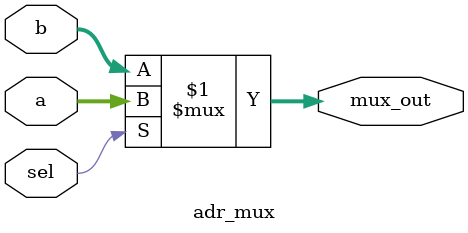
<source format=v>
`timescale 1ns / 1ps
module adr_mux(a, b, sel, mux_out);
     
     input     [15:0]    a,b;
     input               sel;
     
     output    [15:0]    mux_out;
     
     assign mux_out = sel ? a : b;
endmodule

</source>
